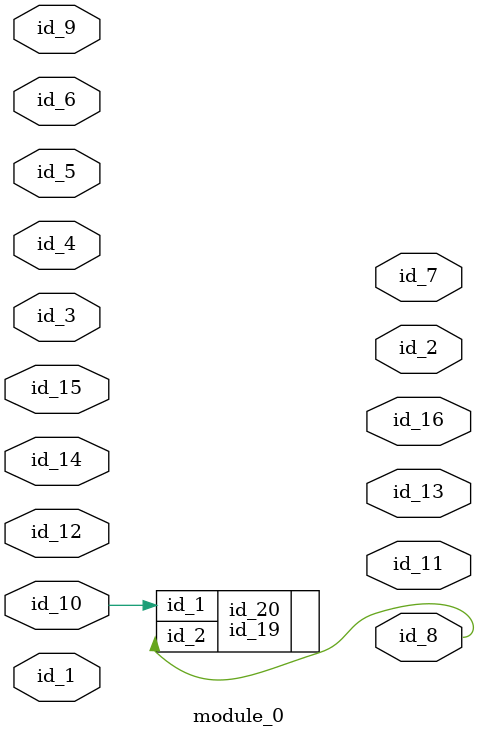
<source format=v>
module module_0 (
    id_1,
    id_2,
    id_3,
    id_4,
    id_5,
    id_6,
    id_7,
    id_8,
    id_9,
    id_10,
    id_11,
    id_12,
    id_13,
    id_14,
    id_15,
    id_16
);
  output id_16;
  input id_15;
  input id_14;
  output id_13;
  input id_12;
  output id_11;
  input id_10;
  input id_9;
  output id_8;
  output id_7;
  input id_6;
  input id_5;
  input id_4;
  input id_3;
  output id_2;
  input id_1;
  id_17 id_18 (
      id_6,
      id_4
  );
  id_19 id_20 (
      .id_2(id_8),
      .id_1(id_10)
  );
endmodule

</source>
